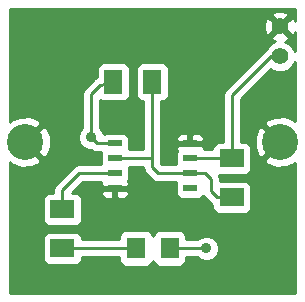
<source format=gtl>
G04 (created by PCBNEW (2013-07-07 BZR 4022)-stable) date 1/28/2014 12:53:12 PM*
%MOIN*%
G04 Gerber Fmt 3.4, Leading zero omitted, Abs format*
%FSLAX34Y34*%
G01*
G70*
G90*
G04 APERTURE LIST*
%ADD10C,0.006*%
%ADD11R,0.045X0.02*%
%ADD12R,0.06X0.08*%
%ADD13R,0.08X0.06*%
%ADD14C,0.055*%
%ADD15R,0.0629X0.0709*%
%ADD16C,0.12*%
%ADD17C,0.035*%
%ADD18C,0.01*%
G04 APERTURE END LIST*
G54D10*
G54D11*
X17050Y-14350D03*
X17050Y-14850D03*
X17050Y-15350D03*
X17050Y-15850D03*
X14550Y-15850D03*
X14550Y-15350D03*
X14550Y-14850D03*
X14550Y-14350D03*
G54D12*
X15800Y-12300D03*
X14500Y-12300D03*
G54D13*
X18450Y-14850D03*
X18450Y-16150D03*
X12800Y-16550D03*
X12800Y-17850D03*
G54D14*
X20050Y-10450D03*
X20050Y-11450D03*
G54D15*
X15251Y-17850D03*
X16369Y-17850D03*
G54D16*
X20060Y-14300D03*
X11560Y-14300D03*
G54D17*
X17600Y-17850D03*
X13750Y-14150D03*
G54D18*
X16369Y-17850D02*
X17600Y-17850D01*
X14500Y-12300D02*
X14050Y-12400D01*
X13950Y-14350D02*
X13750Y-14150D01*
X13950Y-14350D02*
X14550Y-14350D01*
X13750Y-12700D02*
X13750Y-14150D01*
X14050Y-12400D02*
X13750Y-12700D01*
X14550Y-15350D02*
X13350Y-15350D01*
X12800Y-15900D02*
X12800Y-16550D01*
X13350Y-15350D02*
X12800Y-15900D01*
X12800Y-17850D02*
X15251Y-17850D01*
X17750Y-15550D02*
X17750Y-15950D01*
X17750Y-15550D02*
X17550Y-15350D01*
X17050Y-15350D02*
X17550Y-15350D01*
X17950Y-16150D02*
X18450Y-16150D01*
X17750Y-15950D02*
X17950Y-16150D01*
X14550Y-14850D02*
X15800Y-14850D01*
X15800Y-13500D02*
X15800Y-13150D01*
X16000Y-15350D02*
X15800Y-15150D01*
X15800Y-15150D02*
X15800Y-14850D01*
X15800Y-14850D02*
X15800Y-14050D01*
X15800Y-14050D02*
X15800Y-13500D01*
X17050Y-15350D02*
X16000Y-15350D01*
X15800Y-13150D02*
X15800Y-12300D01*
X18450Y-14850D02*
X18450Y-12750D01*
X19750Y-11450D02*
X20050Y-11450D01*
X18450Y-12750D02*
X19750Y-11450D01*
X17050Y-14850D02*
X18450Y-14850D01*
G54D10*
G36*
X20545Y-19345D02*
X18025Y-19345D01*
X18025Y-17765D01*
X17960Y-17609D01*
X17841Y-17489D01*
X17684Y-17425D01*
X17515Y-17424D01*
X17359Y-17489D01*
X17298Y-17550D01*
X16933Y-17550D01*
X16933Y-17445D01*
X16895Y-17354D01*
X16825Y-17283D01*
X16733Y-17245D01*
X16633Y-17245D01*
X16004Y-17245D01*
X15913Y-17283D01*
X15842Y-17353D01*
X15809Y-17432D01*
X15777Y-17354D01*
X15707Y-17283D01*
X15615Y-17245D01*
X15515Y-17245D01*
X15025Y-17245D01*
X15025Y-15999D01*
X15025Y-15962D01*
X14962Y-15900D01*
X14600Y-15900D01*
X14600Y-16137D01*
X14662Y-16200D01*
X14725Y-16200D01*
X14824Y-16199D01*
X14916Y-16161D01*
X14987Y-16091D01*
X15025Y-15999D01*
X15025Y-17245D01*
X14886Y-17245D01*
X14795Y-17283D01*
X14724Y-17353D01*
X14686Y-17445D01*
X14686Y-17545D01*
X14686Y-17550D01*
X14500Y-17550D01*
X14500Y-16137D01*
X14500Y-15900D01*
X14137Y-15900D01*
X14075Y-15962D01*
X14074Y-15999D01*
X14112Y-16091D01*
X14183Y-16161D01*
X14275Y-16199D01*
X14374Y-16200D01*
X14437Y-16200D01*
X14500Y-16137D01*
X14500Y-17550D01*
X13450Y-17550D01*
X13450Y-17500D01*
X13412Y-17408D01*
X13341Y-17338D01*
X13249Y-17300D01*
X13150Y-17299D01*
X12350Y-17299D01*
X12258Y-17337D01*
X12188Y-17408D01*
X12150Y-17500D01*
X12149Y-17599D01*
X12149Y-18199D01*
X12187Y-18291D01*
X12258Y-18361D01*
X12350Y-18399D01*
X12449Y-18400D01*
X13249Y-18400D01*
X13341Y-18362D01*
X13411Y-18291D01*
X13449Y-18199D01*
X13449Y-18150D01*
X14686Y-18150D01*
X14686Y-18254D01*
X14724Y-18345D01*
X14794Y-18416D01*
X14886Y-18454D01*
X14986Y-18454D01*
X15615Y-18454D01*
X15706Y-18416D01*
X15777Y-18346D01*
X15810Y-18267D01*
X15842Y-18345D01*
X15912Y-18416D01*
X16004Y-18454D01*
X16104Y-18454D01*
X16733Y-18454D01*
X16824Y-18416D01*
X16895Y-18346D01*
X16933Y-18254D01*
X16933Y-18154D01*
X16933Y-18150D01*
X17298Y-18150D01*
X17358Y-18210D01*
X17515Y-18274D01*
X17684Y-18275D01*
X17840Y-18210D01*
X17960Y-18091D01*
X18024Y-17934D01*
X18025Y-17765D01*
X18025Y-19345D01*
X11055Y-19345D01*
X11055Y-14956D01*
X11091Y-15029D01*
X11406Y-15152D01*
X11744Y-15146D01*
X12028Y-15029D01*
X12092Y-14902D01*
X11560Y-14370D01*
X11554Y-14376D01*
X11483Y-14305D01*
X11489Y-14300D01*
X11483Y-14294D01*
X11554Y-14223D01*
X11560Y-14229D01*
X12092Y-13697D01*
X12028Y-13570D01*
X11713Y-13447D01*
X11375Y-13453D01*
X11091Y-13570D01*
X11055Y-13643D01*
X11055Y-9855D01*
X20545Y-9855D01*
X20545Y-10260D01*
X20510Y-10177D01*
X20417Y-10152D01*
X20347Y-10223D01*
X20347Y-10082D01*
X20322Y-9989D01*
X20125Y-9920D01*
X19917Y-9931D01*
X19777Y-9989D01*
X19752Y-10082D01*
X20050Y-10379D01*
X20347Y-10082D01*
X20347Y-10223D01*
X20120Y-10450D01*
X20417Y-10747D01*
X20510Y-10722D01*
X20545Y-10624D01*
X20545Y-11273D01*
X20495Y-11153D01*
X20347Y-11005D01*
X20221Y-10952D01*
X20322Y-10910D01*
X20347Y-10817D01*
X20050Y-10520D01*
X19979Y-10591D01*
X19979Y-10450D01*
X19682Y-10152D01*
X19589Y-10177D01*
X19520Y-10374D01*
X19531Y-10582D01*
X19589Y-10722D01*
X19682Y-10747D01*
X19979Y-10450D01*
X19979Y-10591D01*
X19752Y-10817D01*
X19777Y-10910D01*
X19887Y-10949D01*
X19753Y-11004D01*
X19605Y-11152D01*
X19581Y-11208D01*
X19537Y-11237D01*
X18237Y-12537D01*
X18172Y-12635D01*
X18150Y-12750D01*
X18150Y-14299D01*
X18000Y-14299D01*
X17908Y-14337D01*
X17838Y-14408D01*
X17800Y-14500D01*
X17800Y-14550D01*
X17504Y-14550D01*
X17525Y-14499D01*
X17525Y-14200D01*
X17487Y-14108D01*
X17416Y-14038D01*
X17324Y-14000D01*
X17225Y-13999D01*
X17162Y-14000D01*
X17100Y-14062D01*
X17100Y-14300D01*
X17462Y-14300D01*
X17525Y-14237D01*
X17525Y-14200D01*
X17525Y-14499D01*
X17525Y-14462D01*
X17462Y-14400D01*
X17100Y-14400D01*
X17100Y-14407D01*
X17000Y-14407D01*
X17000Y-14400D01*
X17000Y-14300D01*
X17000Y-14062D01*
X16937Y-14000D01*
X16874Y-13999D01*
X16775Y-14000D01*
X16683Y-14038D01*
X16612Y-14108D01*
X16574Y-14200D01*
X16575Y-14237D01*
X16637Y-14300D01*
X17000Y-14300D01*
X17000Y-14400D01*
X16637Y-14400D01*
X16575Y-14462D01*
X16574Y-14499D01*
X16612Y-14591D01*
X16621Y-14599D01*
X16613Y-14608D01*
X16575Y-14700D01*
X16574Y-14799D01*
X16574Y-14999D01*
X16595Y-15050D01*
X16124Y-15050D01*
X16100Y-15025D01*
X16100Y-14850D01*
X16100Y-14050D01*
X16100Y-13500D01*
X16100Y-13150D01*
X16100Y-12950D01*
X16149Y-12950D01*
X16241Y-12912D01*
X16311Y-12841D01*
X16349Y-12749D01*
X16350Y-12650D01*
X16350Y-11850D01*
X16312Y-11758D01*
X16241Y-11688D01*
X16149Y-11650D01*
X16050Y-11649D01*
X15450Y-11649D01*
X15358Y-11687D01*
X15288Y-11758D01*
X15250Y-11850D01*
X15249Y-11949D01*
X15249Y-12749D01*
X15287Y-12841D01*
X15358Y-12911D01*
X15450Y-12949D01*
X15500Y-12949D01*
X15500Y-13150D01*
X15500Y-13500D01*
X15500Y-14050D01*
X15500Y-14550D01*
X15004Y-14550D01*
X15024Y-14499D01*
X15025Y-14400D01*
X15025Y-14200D01*
X14987Y-14108D01*
X14916Y-14038D01*
X14824Y-14000D01*
X14725Y-13999D01*
X14275Y-13999D01*
X14183Y-14037D01*
X14171Y-14050D01*
X14168Y-14050D01*
X14110Y-13909D01*
X14050Y-13848D01*
X14050Y-12903D01*
X14058Y-12911D01*
X14150Y-12949D01*
X14249Y-12950D01*
X14849Y-12950D01*
X14941Y-12912D01*
X15011Y-12841D01*
X15049Y-12749D01*
X15050Y-12650D01*
X15050Y-11850D01*
X15012Y-11758D01*
X14941Y-11688D01*
X14849Y-11650D01*
X14750Y-11649D01*
X14150Y-11649D01*
X14058Y-11687D01*
X13988Y-11758D01*
X13950Y-11850D01*
X13949Y-11949D01*
X13949Y-12119D01*
X13935Y-12122D01*
X13907Y-12141D01*
X13877Y-12154D01*
X13859Y-12173D01*
X13837Y-12187D01*
X13537Y-12487D01*
X13472Y-12585D01*
X13450Y-12700D01*
X13450Y-13848D01*
X13389Y-13908D01*
X13325Y-14065D01*
X13324Y-14234D01*
X13389Y-14390D01*
X13508Y-14510D01*
X13665Y-14574D01*
X13757Y-14575D01*
X13757Y-14575D01*
X13835Y-14627D01*
X13950Y-14650D01*
X14095Y-14650D01*
X14075Y-14700D01*
X14074Y-14799D01*
X14074Y-14999D01*
X14095Y-15050D01*
X13350Y-15050D01*
X13235Y-15072D01*
X13137Y-15137D01*
X12587Y-15687D01*
X12522Y-15785D01*
X12500Y-15900D01*
X12500Y-15999D01*
X12412Y-15999D01*
X12412Y-14453D01*
X12406Y-14115D01*
X12289Y-13831D01*
X12162Y-13767D01*
X11630Y-14300D01*
X12162Y-14832D01*
X12289Y-14768D01*
X12412Y-14453D01*
X12412Y-15999D01*
X12350Y-15999D01*
X12258Y-16037D01*
X12188Y-16108D01*
X12150Y-16200D01*
X12149Y-16299D01*
X12149Y-16899D01*
X12187Y-16991D01*
X12258Y-17061D01*
X12350Y-17099D01*
X12449Y-17100D01*
X13249Y-17100D01*
X13341Y-17062D01*
X13411Y-16991D01*
X13449Y-16899D01*
X13450Y-16800D01*
X13450Y-16200D01*
X13412Y-16108D01*
X13341Y-16038D01*
X13249Y-16000D01*
X13150Y-15999D01*
X13124Y-15999D01*
X13474Y-15650D01*
X14095Y-15650D01*
X14074Y-15700D01*
X14075Y-15737D01*
X14137Y-15800D01*
X14500Y-15800D01*
X14500Y-15792D01*
X14600Y-15792D01*
X14600Y-15800D01*
X14962Y-15800D01*
X15025Y-15737D01*
X15025Y-15700D01*
X14987Y-15608D01*
X14978Y-15600D01*
X14986Y-15591D01*
X15024Y-15499D01*
X15025Y-15400D01*
X15025Y-15200D01*
X15004Y-15150D01*
X15500Y-15150D01*
X15522Y-15264D01*
X15587Y-15362D01*
X15787Y-15562D01*
X15787Y-15562D01*
X15885Y-15627D01*
X16000Y-15650D01*
X16595Y-15650D01*
X16575Y-15700D01*
X16574Y-15799D01*
X16574Y-15999D01*
X16612Y-16091D01*
X16683Y-16161D01*
X16775Y-16199D01*
X16874Y-16200D01*
X17324Y-16200D01*
X17416Y-16162D01*
X17486Y-16091D01*
X17488Y-16088D01*
X17488Y-16088D01*
X17537Y-16162D01*
X17737Y-16362D01*
X17737Y-16362D01*
X17799Y-16403D01*
X17799Y-16499D01*
X17837Y-16591D01*
X17908Y-16661D01*
X18000Y-16699D01*
X18099Y-16700D01*
X18899Y-16700D01*
X18991Y-16662D01*
X19061Y-16591D01*
X19099Y-16499D01*
X19100Y-16400D01*
X19100Y-15800D01*
X19062Y-15708D01*
X18991Y-15638D01*
X18899Y-15600D01*
X18800Y-15599D01*
X18050Y-15599D01*
X18050Y-15550D01*
X18027Y-15435D01*
X18003Y-15399D01*
X18099Y-15400D01*
X18899Y-15400D01*
X18991Y-15362D01*
X19061Y-15291D01*
X19099Y-15199D01*
X19100Y-15100D01*
X19100Y-14500D01*
X19062Y-14408D01*
X18991Y-14338D01*
X18899Y-14300D01*
X18800Y-14299D01*
X18750Y-14299D01*
X18750Y-12874D01*
X19740Y-11883D01*
X19752Y-11894D01*
X19945Y-11974D01*
X20153Y-11975D01*
X20347Y-11895D01*
X20494Y-11747D01*
X20545Y-11626D01*
X20545Y-13603D01*
X20528Y-13570D01*
X20213Y-13447D01*
X19875Y-13453D01*
X19591Y-13570D01*
X19527Y-13697D01*
X20060Y-14229D01*
X20065Y-14223D01*
X20136Y-14294D01*
X20130Y-14300D01*
X20136Y-14305D01*
X20065Y-14376D01*
X20060Y-14370D01*
X19989Y-14441D01*
X19989Y-14300D01*
X19457Y-13767D01*
X19330Y-13831D01*
X19207Y-14146D01*
X19213Y-14484D01*
X19330Y-14768D01*
X19457Y-14832D01*
X19989Y-14300D01*
X19989Y-14441D01*
X19527Y-14902D01*
X19591Y-15029D01*
X19906Y-15152D01*
X20244Y-15146D01*
X20528Y-15029D01*
X20545Y-14996D01*
X20545Y-19345D01*
X20545Y-19345D01*
G37*
G54D18*
X20545Y-19345D02*
X18025Y-19345D01*
X18025Y-17765D01*
X17960Y-17609D01*
X17841Y-17489D01*
X17684Y-17425D01*
X17515Y-17424D01*
X17359Y-17489D01*
X17298Y-17550D01*
X16933Y-17550D01*
X16933Y-17445D01*
X16895Y-17354D01*
X16825Y-17283D01*
X16733Y-17245D01*
X16633Y-17245D01*
X16004Y-17245D01*
X15913Y-17283D01*
X15842Y-17353D01*
X15809Y-17432D01*
X15777Y-17354D01*
X15707Y-17283D01*
X15615Y-17245D01*
X15515Y-17245D01*
X15025Y-17245D01*
X15025Y-15999D01*
X15025Y-15962D01*
X14962Y-15900D01*
X14600Y-15900D01*
X14600Y-16137D01*
X14662Y-16200D01*
X14725Y-16200D01*
X14824Y-16199D01*
X14916Y-16161D01*
X14987Y-16091D01*
X15025Y-15999D01*
X15025Y-17245D01*
X14886Y-17245D01*
X14795Y-17283D01*
X14724Y-17353D01*
X14686Y-17445D01*
X14686Y-17545D01*
X14686Y-17550D01*
X14500Y-17550D01*
X14500Y-16137D01*
X14500Y-15900D01*
X14137Y-15900D01*
X14075Y-15962D01*
X14074Y-15999D01*
X14112Y-16091D01*
X14183Y-16161D01*
X14275Y-16199D01*
X14374Y-16200D01*
X14437Y-16200D01*
X14500Y-16137D01*
X14500Y-17550D01*
X13450Y-17550D01*
X13450Y-17500D01*
X13412Y-17408D01*
X13341Y-17338D01*
X13249Y-17300D01*
X13150Y-17299D01*
X12350Y-17299D01*
X12258Y-17337D01*
X12188Y-17408D01*
X12150Y-17500D01*
X12149Y-17599D01*
X12149Y-18199D01*
X12187Y-18291D01*
X12258Y-18361D01*
X12350Y-18399D01*
X12449Y-18400D01*
X13249Y-18400D01*
X13341Y-18362D01*
X13411Y-18291D01*
X13449Y-18199D01*
X13449Y-18150D01*
X14686Y-18150D01*
X14686Y-18254D01*
X14724Y-18345D01*
X14794Y-18416D01*
X14886Y-18454D01*
X14986Y-18454D01*
X15615Y-18454D01*
X15706Y-18416D01*
X15777Y-18346D01*
X15810Y-18267D01*
X15842Y-18345D01*
X15912Y-18416D01*
X16004Y-18454D01*
X16104Y-18454D01*
X16733Y-18454D01*
X16824Y-18416D01*
X16895Y-18346D01*
X16933Y-18254D01*
X16933Y-18154D01*
X16933Y-18150D01*
X17298Y-18150D01*
X17358Y-18210D01*
X17515Y-18274D01*
X17684Y-18275D01*
X17840Y-18210D01*
X17960Y-18091D01*
X18024Y-17934D01*
X18025Y-17765D01*
X18025Y-19345D01*
X11055Y-19345D01*
X11055Y-14956D01*
X11091Y-15029D01*
X11406Y-15152D01*
X11744Y-15146D01*
X12028Y-15029D01*
X12092Y-14902D01*
X11560Y-14370D01*
X11554Y-14376D01*
X11483Y-14305D01*
X11489Y-14300D01*
X11483Y-14294D01*
X11554Y-14223D01*
X11560Y-14229D01*
X12092Y-13697D01*
X12028Y-13570D01*
X11713Y-13447D01*
X11375Y-13453D01*
X11091Y-13570D01*
X11055Y-13643D01*
X11055Y-9855D01*
X20545Y-9855D01*
X20545Y-10260D01*
X20510Y-10177D01*
X20417Y-10152D01*
X20347Y-10223D01*
X20347Y-10082D01*
X20322Y-9989D01*
X20125Y-9920D01*
X19917Y-9931D01*
X19777Y-9989D01*
X19752Y-10082D01*
X20050Y-10379D01*
X20347Y-10082D01*
X20347Y-10223D01*
X20120Y-10450D01*
X20417Y-10747D01*
X20510Y-10722D01*
X20545Y-10624D01*
X20545Y-11273D01*
X20495Y-11153D01*
X20347Y-11005D01*
X20221Y-10952D01*
X20322Y-10910D01*
X20347Y-10817D01*
X20050Y-10520D01*
X19979Y-10591D01*
X19979Y-10450D01*
X19682Y-10152D01*
X19589Y-10177D01*
X19520Y-10374D01*
X19531Y-10582D01*
X19589Y-10722D01*
X19682Y-10747D01*
X19979Y-10450D01*
X19979Y-10591D01*
X19752Y-10817D01*
X19777Y-10910D01*
X19887Y-10949D01*
X19753Y-11004D01*
X19605Y-11152D01*
X19581Y-11208D01*
X19537Y-11237D01*
X18237Y-12537D01*
X18172Y-12635D01*
X18150Y-12750D01*
X18150Y-14299D01*
X18000Y-14299D01*
X17908Y-14337D01*
X17838Y-14408D01*
X17800Y-14500D01*
X17800Y-14550D01*
X17504Y-14550D01*
X17525Y-14499D01*
X17525Y-14200D01*
X17487Y-14108D01*
X17416Y-14038D01*
X17324Y-14000D01*
X17225Y-13999D01*
X17162Y-14000D01*
X17100Y-14062D01*
X17100Y-14300D01*
X17462Y-14300D01*
X17525Y-14237D01*
X17525Y-14200D01*
X17525Y-14499D01*
X17525Y-14462D01*
X17462Y-14400D01*
X17100Y-14400D01*
X17100Y-14407D01*
X17000Y-14407D01*
X17000Y-14400D01*
X17000Y-14300D01*
X17000Y-14062D01*
X16937Y-14000D01*
X16874Y-13999D01*
X16775Y-14000D01*
X16683Y-14038D01*
X16612Y-14108D01*
X16574Y-14200D01*
X16575Y-14237D01*
X16637Y-14300D01*
X17000Y-14300D01*
X17000Y-14400D01*
X16637Y-14400D01*
X16575Y-14462D01*
X16574Y-14499D01*
X16612Y-14591D01*
X16621Y-14599D01*
X16613Y-14608D01*
X16575Y-14700D01*
X16574Y-14799D01*
X16574Y-14999D01*
X16595Y-15050D01*
X16124Y-15050D01*
X16100Y-15025D01*
X16100Y-14850D01*
X16100Y-14050D01*
X16100Y-13500D01*
X16100Y-13150D01*
X16100Y-12950D01*
X16149Y-12950D01*
X16241Y-12912D01*
X16311Y-12841D01*
X16349Y-12749D01*
X16350Y-12650D01*
X16350Y-11850D01*
X16312Y-11758D01*
X16241Y-11688D01*
X16149Y-11650D01*
X16050Y-11649D01*
X15450Y-11649D01*
X15358Y-11687D01*
X15288Y-11758D01*
X15250Y-11850D01*
X15249Y-11949D01*
X15249Y-12749D01*
X15287Y-12841D01*
X15358Y-12911D01*
X15450Y-12949D01*
X15500Y-12949D01*
X15500Y-13150D01*
X15500Y-13500D01*
X15500Y-14050D01*
X15500Y-14550D01*
X15004Y-14550D01*
X15024Y-14499D01*
X15025Y-14400D01*
X15025Y-14200D01*
X14987Y-14108D01*
X14916Y-14038D01*
X14824Y-14000D01*
X14725Y-13999D01*
X14275Y-13999D01*
X14183Y-14037D01*
X14171Y-14050D01*
X14168Y-14050D01*
X14110Y-13909D01*
X14050Y-13848D01*
X14050Y-12903D01*
X14058Y-12911D01*
X14150Y-12949D01*
X14249Y-12950D01*
X14849Y-12950D01*
X14941Y-12912D01*
X15011Y-12841D01*
X15049Y-12749D01*
X15050Y-12650D01*
X15050Y-11850D01*
X15012Y-11758D01*
X14941Y-11688D01*
X14849Y-11650D01*
X14750Y-11649D01*
X14150Y-11649D01*
X14058Y-11687D01*
X13988Y-11758D01*
X13950Y-11850D01*
X13949Y-11949D01*
X13949Y-12119D01*
X13935Y-12122D01*
X13907Y-12141D01*
X13877Y-12154D01*
X13859Y-12173D01*
X13837Y-12187D01*
X13537Y-12487D01*
X13472Y-12585D01*
X13450Y-12700D01*
X13450Y-13848D01*
X13389Y-13908D01*
X13325Y-14065D01*
X13324Y-14234D01*
X13389Y-14390D01*
X13508Y-14510D01*
X13665Y-14574D01*
X13757Y-14575D01*
X13757Y-14575D01*
X13835Y-14627D01*
X13950Y-14650D01*
X14095Y-14650D01*
X14075Y-14700D01*
X14074Y-14799D01*
X14074Y-14999D01*
X14095Y-15050D01*
X13350Y-15050D01*
X13235Y-15072D01*
X13137Y-15137D01*
X12587Y-15687D01*
X12522Y-15785D01*
X12500Y-15900D01*
X12500Y-15999D01*
X12412Y-15999D01*
X12412Y-14453D01*
X12406Y-14115D01*
X12289Y-13831D01*
X12162Y-13767D01*
X11630Y-14300D01*
X12162Y-14832D01*
X12289Y-14768D01*
X12412Y-14453D01*
X12412Y-15999D01*
X12350Y-15999D01*
X12258Y-16037D01*
X12188Y-16108D01*
X12150Y-16200D01*
X12149Y-16299D01*
X12149Y-16899D01*
X12187Y-16991D01*
X12258Y-17061D01*
X12350Y-17099D01*
X12449Y-17100D01*
X13249Y-17100D01*
X13341Y-17062D01*
X13411Y-16991D01*
X13449Y-16899D01*
X13450Y-16800D01*
X13450Y-16200D01*
X13412Y-16108D01*
X13341Y-16038D01*
X13249Y-16000D01*
X13150Y-15999D01*
X13124Y-15999D01*
X13474Y-15650D01*
X14095Y-15650D01*
X14074Y-15700D01*
X14075Y-15737D01*
X14137Y-15800D01*
X14500Y-15800D01*
X14500Y-15792D01*
X14600Y-15792D01*
X14600Y-15800D01*
X14962Y-15800D01*
X15025Y-15737D01*
X15025Y-15700D01*
X14987Y-15608D01*
X14978Y-15600D01*
X14986Y-15591D01*
X15024Y-15499D01*
X15025Y-15400D01*
X15025Y-15200D01*
X15004Y-15150D01*
X15500Y-15150D01*
X15522Y-15264D01*
X15587Y-15362D01*
X15787Y-15562D01*
X15787Y-15562D01*
X15885Y-15627D01*
X16000Y-15650D01*
X16595Y-15650D01*
X16575Y-15700D01*
X16574Y-15799D01*
X16574Y-15999D01*
X16612Y-16091D01*
X16683Y-16161D01*
X16775Y-16199D01*
X16874Y-16200D01*
X17324Y-16200D01*
X17416Y-16162D01*
X17486Y-16091D01*
X17488Y-16088D01*
X17488Y-16088D01*
X17537Y-16162D01*
X17737Y-16362D01*
X17737Y-16362D01*
X17799Y-16403D01*
X17799Y-16499D01*
X17837Y-16591D01*
X17908Y-16661D01*
X18000Y-16699D01*
X18099Y-16700D01*
X18899Y-16700D01*
X18991Y-16662D01*
X19061Y-16591D01*
X19099Y-16499D01*
X19100Y-16400D01*
X19100Y-15800D01*
X19062Y-15708D01*
X18991Y-15638D01*
X18899Y-15600D01*
X18800Y-15599D01*
X18050Y-15599D01*
X18050Y-15550D01*
X18027Y-15435D01*
X18003Y-15399D01*
X18099Y-15400D01*
X18899Y-15400D01*
X18991Y-15362D01*
X19061Y-15291D01*
X19099Y-15199D01*
X19100Y-15100D01*
X19100Y-14500D01*
X19062Y-14408D01*
X18991Y-14338D01*
X18899Y-14300D01*
X18800Y-14299D01*
X18750Y-14299D01*
X18750Y-12874D01*
X19740Y-11883D01*
X19752Y-11894D01*
X19945Y-11974D01*
X20153Y-11975D01*
X20347Y-11895D01*
X20494Y-11747D01*
X20545Y-11626D01*
X20545Y-13603D01*
X20528Y-13570D01*
X20213Y-13447D01*
X19875Y-13453D01*
X19591Y-13570D01*
X19527Y-13697D01*
X20060Y-14229D01*
X20065Y-14223D01*
X20136Y-14294D01*
X20130Y-14300D01*
X20136Y-14305D01*
X20065Y-14376D01*
X20060Y-14370D01*
X19989Y-14441D01*
X19989Y-14300D01*
X19457Y-13767D01*
X19330Y-13831D01*
X19207Y-14146D01*
X19213Y-14484D01*
X19330Y-14768D01*
X19457Y-14832D01*
X19989Y-14300D01*
X19989Y-14441D01*
X19527Y-14902D01*
X19591Y-15029D01*
X19906Y-15152D01*
X20244Y-15146D01*
X20528Y-15029D01*
X20545Y-14996D01*
X20545Y-19345D01*
M02*

</source>
